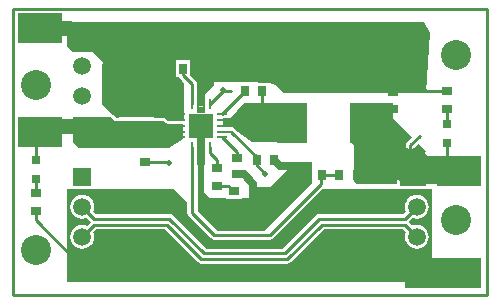
<source format=gtl>
G04 Layer_Physical_Order=1*
G04 Layer_Color=255*
%FSLAX25Y25*%
%MOIN*%
G70*
G01*
G75*
%ADD10R,0.03543X0.03150*%
%ADD11R,0.03543X0.02756*%
%ADD12O,0.03543X0.00787*%
%ADD13O,0.00787X0.03543*%
%ADD14R,0.08071X0.08071*%
%ADD15R,0.02756X0.03543*%
%ADD16R,0.03150X0.03543*%
%ADD17C,0.01181*%
%ADD18R,0.10039X0.13386*%
%ADD19R,0.03150X0.03150*%
%ADD20C,0.05000*%
%ADD21C,0.01000*%
%ADD22C,0.02500*%
%ADD23C,0.00800*%
%ADD24C,0.10000*%
%ADD25R,0.14000X0.09500*%
%ADD26R,0.14500X0.10000*%
%ADD27R,0.02756X0.02362*%
%ADD28C,0.10000*%
%ADD29R,0.15000X0.10000*%
%ADD30C,0.05906*%
%ADD31R,0.05906X0.05906*%
%ADD32C,0.02300*%
%ADD33C,0.02000*%
%ADD34C,0.01969*%
G36*
X149976Y36524D02*
X141476D01*
Y44524D01*
X141976Y45024D01*
X149976D01*
Y36524D01*
D02*
G37*
G36*
X151976Y4524D02*
X30476D01*
Y35524D01*
X65976D01*
X70494Y30694D01*
Y27476D01*
X70611Y26891D01*
X70942Y26395D01*
X78395Y18942D01*
X78891Y18611D01*
X79476Y18494D01*
X97976D01*
X98562Y18611D01*
X99058Y18942D01*
X115639Y35524D01*
X141378D01*
X141476Y35504D01*
X149976D01*
X150075Y35524D01*
X151976D01*
Y4524D01*
D02*
G37*
G36*
X111976Y37524D02*
X101976Y27524D01*
X96006Y21553D01*
X80447D01*
X73976Y28024D01*
Y44524D01*
X75976D01*
Y34524D01*
X77976Y32524D01*
X78226Y32274D01*
X83205D01*
Y32205D01*
X88748D01*
Y32274D01*
X90976D01*
Y36024D01*
X97976D01*
X106476Y44524D01*
X111976D01*
Y37524D01*
D02*
G37*
G36*
X139000Y59000D02*
X145320Y52680D01*
X143722Y51081D01*
X143390Y50585D01*
X143274Y50000D01*
X143390Y49415D01*
X143722Y48919D01*
X144218Y48587D01*
X144803Y48471D01*
X145388Y48587D01*
X145885Y48919D01*
X147483Y50517D01*
X150019Y47982D01*
X149827Y47520D01*
X144500D01*
X144110Y47442D01*
X143779Y47221D01*
X143558Y46890D01*
X143480Y46500D01*
Y46043D01*
X141976D01*
X141586Y45966D01*
X141255Y45745D01*
X140755Y45245D01*
X140534Y44914D01*
X140457Y44524D01*
Y37000D01*
X127000D01*
X126000Y38000D01*
Y50000D01*
X125000Y51000D01*
Y64000D01*
X139000D01*
Y59000D01*
D02*
G37*
G36*
X56500Y91000D02*
X149500D01*
X151500Y87500D01*
X150000Y67500D01*
X102500D01*
X100000Y70000D01*
X97807Y70795D01*
X94205D01*
X93976Y71024D01*
X79476D01*
Y70024D01*
X76354Y66902D01*
Y62921D01*
X73598D01*
X73532Y71131D01*
X71402Y73261D01*
Y78295D01*
X66646D01*
Y72752D01*
X67704D01*
X67942Y72395D01*
X68837Y71500D01*
X69496Y70841D01*
X69417Y58446D01*
X69000Y58020D01*
X68434D01*
X68311Y58148D01*
X64120D01*
X63045Y58870D01*
X62951Y58909D01*
X62867Y58966D01*
X62769Y58985D01*
X62678Y59023D01*
X62576Y59023D01*
X62476Y59043D01*
X59248D01*
Y59342D01*
X53705D01*
Y59342D01*
X53248D01*
Y59342D01*
X47705D01*
Y59043D01*
X46899D01*
X45697Y60245D01*
X45367Y60466D01*
X44976Y60543D01*
X44885D01*
X41858Y63711D01*
Y71500D01*
X41976D01*
Y77024D01*
X42476Y77524D01*
X38976Y81024D01*
X32476D01*
X30476Y83024D01*
Y91024D01*
X40476D01*
X56500Y91000D01*
D02*
G37*
G36*
X101000Y51000D02*
X92000D01*
X87320Y54343D01*
X86026Y55637D01*
X85530Y55968D01*
X84945Y56085D01*
X84520Y56000D01*
X82500D01*
Y59000D01*
X85000D01*
X89500Y64000D01*
X101000D01*
Y51000D01*
D02*
G37*
G36*
X46476Y58024D02*
X62476D01*
X64000Y57000D01*
X69000D01*
Y52000D01*
X64327Y49024D01*
X34476D01*
X32476Y51024D01*
Y59524D01*
X44976D01*
X46476Y58024D01*
D02*
G37*
%LPC*%
G36*
X146976Y33511D02*
X145944Y33375D01*
X144983Y32976D01*
X144157Y32343D01*
X143524Y31517D01*
X143125Y30555D01*
X142990Y29524D01*
X143125Y28492D01*
X143318Y28028D01*
X142343Y27053D01*
X114476D01*
X113891Y26937D01*
X113395Y26605D01*
X102343Y15553D01*
X76610D01*
X65558Y26605D01*
X65062Y26937D01*
X64476Y27053D01*
X40110D01*
X39135Y28028D01*
X39327Y28492D01*
X39463Y29524D01*
X39327Y30555D01*
X38929Y31517D01*
X38296Y32343D01*
X37470Y32976D01*
X36508Y33375D01*
X35476Y33511D01*
X34444Y33375D01*
X33483Y32976D01*
X32657Y32343D01*
X32024Y31517D01*
X31625Y30555D01*
X31490Y29524D01*
X31625Y28492D01*
X32024Y27530D01*
X32657Y26704D01*
X33483Y26071D01*
X34444Y25673D01*
X35476Y25537D01*
X36508Y25673D01*
X36972Y25865D01*
X38313Y24524D01*
X36972Y23182D01*
X36508Y23375D01*
X35476Y23510D01*
X34444Y23375D01*
X33483Y22976D01*
X32657Y22343D01*
X32024Y21517D01*
X31625Y20556D01*
X31490Y19524D01*
X31625Y18492D01*
X32024Y17530D01*
X32657Y16704D01*
X33483Y16071D01*
X34444Y15673D01*
X35476Y15537D01*
X36508Y15673D01*
X37470Y16071D01*
X38296Y16704D01*
X38929Y17530D01*
X39327Y18492D01*
X39463Y19524D01*
X39327Y20556D01*
X39135Y21020D01*
X40110Y21994D01*
X63015D01*
X74067Y10942D01*
X74563Y10611D01*
X75148Y10494D01*
X103805D01*
X104390Y10611D01*
X104886Y10942D01*
X115938Y21994D01*
X142343D01*
X143318Y21020D01*
X143125Y20556D01*
X142990Y19524D01*
X143125Y18492D01*
X143524Y17530D01*
X144157Y16704D01*
X144983Y16071D01*
X145944Y15673D01*
X146976Y15537D01*
X148008Y15673D01*
X148970Y16071D01*
X149795Y16704D01*
X150429Y17530D01*
X150827Y18492D01*
X150963Y19524D01*
X150827Y20556D01*
X150429Y21517D01*
X149795Y22343D01*
X148970Y22976D01*
X148008Y23375D01*
X146976Y23510D01*
X145944Y23375D01*
X145481Y23182D01*
X144389Y24274D01*
Y24774D01*
X145481Y25865D01*
X145944Y25673D01*
X146976Y25537D01*
X148008Y25673D01*
X148970Y26071D01*
X149795Y26704D01*
X150429Y27530D01*
X150827Y28492D01*
X150963Y29524D01*
X150827Y30555D01*
X150429Y31517D01*
X149795Y32343D01*
X148970Y32976D01*
X148008Y33375D01*
X146976Y33511D01*
D02*
G37*
%LPD*%
D10*
X50476Y62279D02*
D03*
Y56768D02*
D03*
X56476Y62279D02*
D03*
Y56768D02*
D03*
X86976Y45779D02*
D03*
Y40268D02*
D03*
X85976Y34780D02*
D03*
Y29268D02*
D03*
X139000Y62244D02*
D03*
Y67756D02*
D03*
D11*
X56476Y50476D02*
D03*
Y44571D02*
D03*
X80476Y42476D02*
D03*
Y36571D02*
D03*
X20000Y33953D02*
D03*
Y28047D02*
D03*
X157000Y62047D02*
D03*
Y67953D02*
D03*
D12*
X82063Y60461D02*
D03*
Y58492D02*
D03*
Y56524D02*
D03*
Y54555D02*
D03*
Y52587D02*
D03*
X67890D02*
D03*
Y54555D02*
D03*
Y56524D02*
D03*
Y58492D02*
D03*
Y60461D02*
D03*
D13*
X77929Y49437D02*
D03*
X75961D02*
D03*
X73992D02*
D03*
X72024D02*
D03*
Y63610D02*
D03*
X73992D02*
D03*
X75961D02*
D03*
X77929D02*
D03*
D14*
X74976Y56524D02*
D03*
D15*
X74929Y75524D02*
D03*
X69024D02*
D03*
X93524Y45024D02*
D03*
X99429D02*
D03*
X115453Y40000D02*
D03*
X109547D02*
D03*
X126953D02*
D03*
X121047D02*
D03*
D16*
X95232Y68024D02*
D03*
X89720D02*
D03*
D17*
X79203Y46494D02*
D03*
X113000Y35244D02*
D03*
X85000Y68197D02*
D03*
X90500Y49197D02*
D03*
X148000Y53197D02*
D03*
X44000Y50197D02*
D03*
D18*
X129606Y57500D02*
D03*
X105394D02*
D03*
D19*
X157000Y50752D02*
D03*
Y57248D02*
D03*
X20000Y45248D02*
D03*
Y38752D02*
D03*
D20*
X21476Y89024D02*
X30976D01*
X33476Y86524D01*
X35476D01*
X23976Y54524D02*
X25976Y56524D01*
X35476D01*
D21*
X72024Y63610D02*
Y70476D01*
X69024Y73476D02*
X72024Y70476D01*
X69024Y73476D02*
Y75524D01*
X82063Y60461D02*
X89626Y68024D01*
X89720D01*
X95232Y57760D02*
Y68024D01*
X94996Y57524D02*
X95232Y57760D01*
X77929Y47571D02*
Y49437D01*
Y47571D02*
X80476Y45024D01*
X79476Y20024D02*
X97976D01*
X114929Y36976D01*
X80476Y42476D02*
Y45024D01*
Y36571D02*
X84185D01*
X85976Y34780D01*
X93524Y43476D02*
Y45024D01*
Y43476D02*
X96476Y40524D01*
X72024Y27476D02*
X79476Y20024D01*
X72024Y27476D02*
Y49437D01*
X56476Y44571D02*
X63929D01*
X64476Y44024D01*
X35476Y29524D02*
X39476Y25524D01*
X35476Y19524D02*
X39476Y23524D01*
X142976D02*
X146976Y19524D01*
X142976Y25524D02*
X146976Y29524D01*
X39476Y25524D02*
X64476D01*
X39476Y23524D02*
X63648D01*
X114476Y25524D02*
X142976D01*
X115305Y23524D02*
X142976D01*
X64476Y25524D02*
X75976Y14024D01*
X102976D01*
X114476Y25524D01*
X75148Y12024D02*
X103805D01*
X63648Y23524D02*
X75148Y12024D01*
X103805D02*
X115305Y23524D01*
X85000Y49650D02*
X86976Y47673D01*
Y45779D02*
Y47673D01*
X115453Y40000D02*
X121047D01*
X114929Y36976D02*
Y40000D01*
X82063Y52587D02*
X85000Y49650D01*
X82516Y68197D02*
X85000D01*
X77929Y63610D02*
X82516Y68197D01*
X144803Y50000D02*
X148000Y53197D01*
X93524Y45024D02*
Y45976D01*
X84945Y54555D02*
X93524Y45976D01*
X74976Y56524D02*
X75000Y56547D01*
X20000Y33953D02*
Y38752D01*
Y25000D02*
X35476Y9524D01*
X20000Y25000D02*
Y27047D01*
X19000Y28047D02*
X20000Y27047D01*
X19000Y45248D02*
X20000Y46248D01*
Y50547D01*
X23976Y54524D01*
X157000Y45500D02*
Y50752D01*
Y45500D02*
X161000Y41500D01*
X150047Y67953D02*
X157000D01*
X149000Y69000D02*
X150047Y67953D01*
X157000Y57248D02*
Y62047D01*
X157000Y57248D02*
X157000Y57248D01*
X144803Y45803D02*
Y50000D01*
X142000Y43000D02*
X144803Y45803D01*
X29500Y0D02*
X140500D01*
X170500D01*
Y48000D01*
Y95500D01*
X12500D02*
X170500D01*
X12500Y29500D02*
Y95500D01*
Y0D02*
X29500D01*
X12500D02*
Y29500D01*
D22*
X50476Y62279D02*
X56476D01*
X74976Y44024D02*
Y50024D01*
X86976Y40268D02*
X89232D01*
X92476Y37024D01*
Y34524D02*
Y37024D01*
X99429Y45024D02*
X101429Y43024D01*
X109024D01*
X32976Y89024D02*
X35476Y86524D01*
D23*
X82063Y54555D02*
X84945D01*
D24*
X142000Y43000D02*
X147000D01*
D25*
X151500Y41750D02*
D03*
D26*
X150250Y7500D02*
D03*
D27*
X74976Y61740D02*
D03*
Y51307D02*
D03*
D28*
X160000Y25000D02*
D03*
X20000Y70000D02*
D03*
Y15000D02*
D03*
X160000Y80000D02*
D03*
D29*
X161000Y41500D02*
D03*
Y7500D02*
D03*
X21476Y54524D02*
D03*
Y89024D02*
D03*
D30*
X35476Y86524D02*
D03*
Y76524D02*
D03*
Y66524D02*
D03*
X146976Y9524D02*
D03*
Y19524D02*
D03*
Y29524D02*
D03*
X35476Y9524D02*
D03*
Y29524D02*
D03*
Y19524D02*
D03*
D31*
Y56524D02*
D03*
X146976Y39524D02*
D03*
X35476D02*
D03*
D32*
X140000Y32500D02*
D03*
X137500D02*
D03*
Y30000D02*
D03*
X135000Y32500D02*
D03*
Y30000D02*
D03*
X132500Y32500D02*
D03*
Y30000D02*
D03*
X130000Y32500D02*
D03*
Y30000D02*
D03*
X127500Y32500D02*
D03*
Y30000D02*
D03*
X125000Y32500D02*
D03*
Y30000D02*
D03*
X122500Y32500D02*
D03*
Y30000D02*
D03*
X120000Y32500D02*
D03*
Y30000D02*
D03*
X117500Y32500D02*
D03*
Y30000D02*
D03*
X115000Y32500D02*
D03*
Y30000D02*
D03*
X112500D02*
D03*
Y27500D02*
D03*
X110000D02*
D03*
Y25000D02*
D03*
X107500D02*
D03*
Y22500D02*
D03*
X105000D02*
D03*
Y20000D02*
D03*
X102500D02*
D03*
X75000D02*
D03*
X72500Y22500D02*
D03*
X70000Y25000D02*
D03*
X67500Y27500D02*
D03*
X65000Y30000D02*
D03*
X62500Y32500D02*
D03*
Y30000D02*
D03*
X60000Y32500D02*
D03*
Y30000D02*
D03*
X57500Y32500D02*
D03*
Y30000D02*
D03*
X55000Y32500D02*
D03*
Y30000D02*
D03*
X52500Y32500D02*
D03*
Y30000D02*
D03*
X50000Y32500D02*
D03*
Y30000D02*
D03*
X47500Y32500D02*
D03*
Y30000D02*
D03*
X45000Y32500D02*
D03*
Y30000D02*
D03*
D33*
X82476Y68524D02*
D03*
X96476Y40524D02*
D03*
X64476Y44024D02*
D03*
D34*
X72811Y54358D02*
D03*
Y58689D02*
D03*
X77142Y54358D02*
D03*
Y58689D02*
D03*
M02*

</source>
